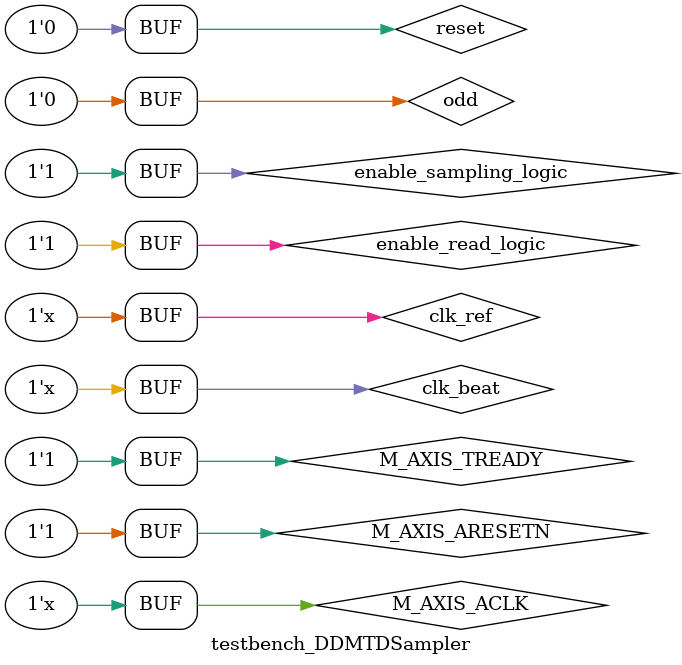
<source format=v>
`timescale 1ns / 1ns


module testbench_DDMTDSampler(

    );
        wire write_en;
        reg  clk_ref=0;
        reg  clk_beat=0;
        reg  [31:0] external_counter=0;
        reg  reset=1;
        reg enable_sampling_logic=0;



        // Fifo chain to AXIS
        reg  M_AXIS_ACLK=0;
        reg  M_AXIS_ARESETN=0; //RESET active low.
        wire M_AXIS_TVALID;
        wire [31:0] M_AXIS_TDATA;
        reg  enable_read_logic=0;
        wire [3:0]M_AXIS_TSTRB;
        wire M_AXIS_TLAST;
        reg  M_AXIS_TREADY=0;




        always #10 clk_ref <= ~clk_ref;
        always #5  M_AXIS_ACLK <= ~M_AXIS_ACLK;
        always #20 clk_beat <=~clk_beat;

        // integer rst_counter=0;
        // always @(negedge clk_ref)
        // begin
        //     if(reset) rst_counter <= rst_counter +1;
        //     if(rst_counter > 1) reset <=0; 
        // end

        initial
        begin
            #100  reset <=1;
            #500  reset <=0;
            #100 enable_sampling_logic <=1; 

            #300 M_AXIS_ARESETN <=1;
            #100 M_AXIS_TREADY  <=1;
            #10  enable_read_logic <=1;

        end

        always @(negedge clk_ref)
            if(reset == 1) external_counter <= 0;
            else external_counter<=external_counter+1;




  integer counter_clkbeat=0;
  reg odd=0;
  reg beat_0_q1=0,beat_1_q1=0;
  always @(posedge clk_ref)
  begin
  
  // 100k subs
  counter_clkbeat<=counter_clkbeat+1;
  if(counter_clkbeat == 100000/2) begin
     beat_0_q1<=~beat_0_q1;
     beat_1_q1<=~beat_1_q1;
     counter_clkbeat <=0;
  end
   end
    



//  DDMTD_Sampler
// #(
//     .DATA_WIDTH(32),
//     .C_M_START_COUNT(32),
//     .FIFO_DEPTH(10)
//  )
//   DDMTD1
//  (
//     // Inputs for the sampling logic
//     .enable_sampling_logic(enable_sampling_logic),
//     .clk_ref(clk_ref),
//     .clk_beat(clk_beat),
//     .external_counter(external_counter),
//     .reset(reset),


//     // Fifo chain to AXIS
//      .M_AXIS_ACLK(M_AXIS_ACLK),
//      .M_AXIS_ARESETN(M_AXIS_ARESETN), //RESET when low.
//      .M_AXIS_TVALID(M_AXIS_TVALID),
//      .M_AXIS_TDATA(M_AXIS_TDATA),
//      .M_AXIS_TSTRB(M_AXIS_TSTRB),
//      .M_AXIS_TLAST(M_AXIS_TLAST),
//      .M_AXIS_TREADY(M_AXIS_TREADY),
//      .enable_read_logic(enable_read_logic)

//  );
 
//  assign write_en = DDMTD1.write_en;

//  wire empty = DDMTD1.empty;
 
endmodule

</source>
